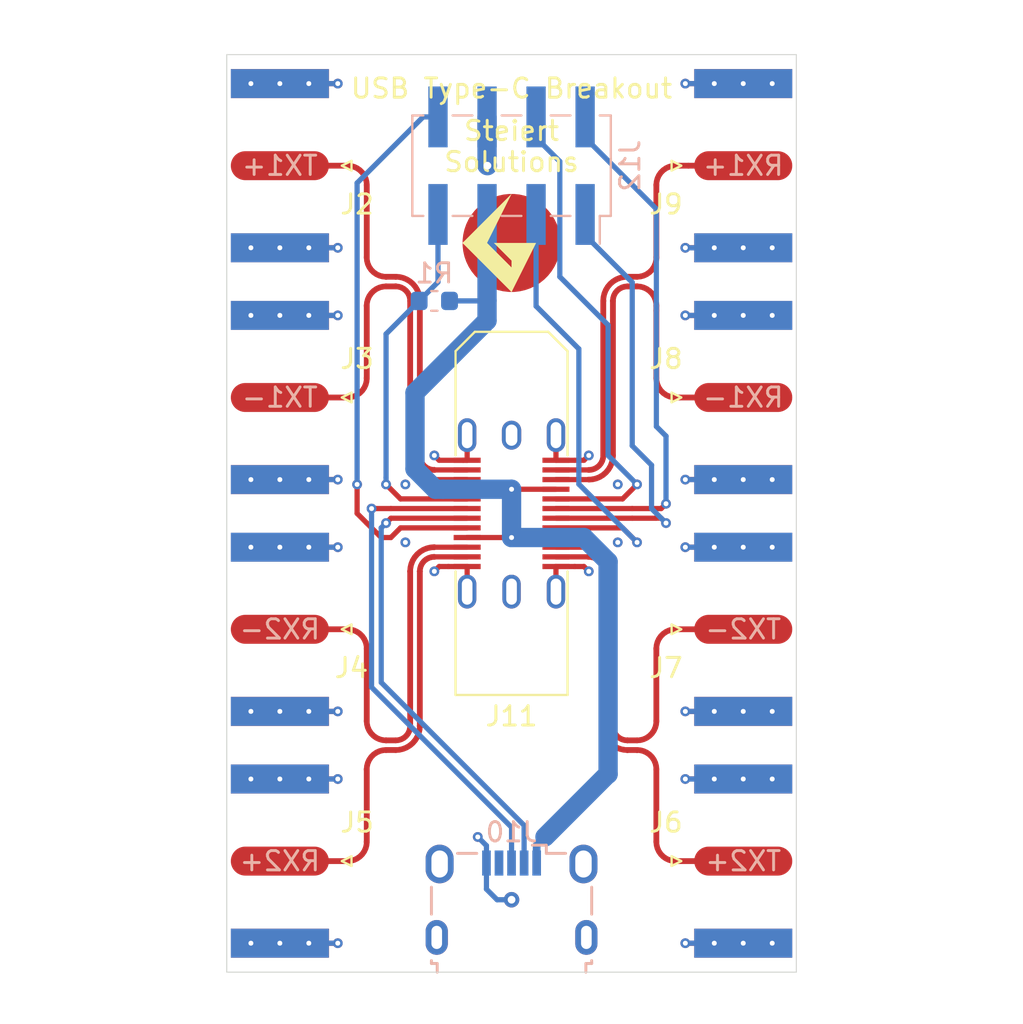
<source format=kicad_pcb>
(kicad_pcb (version 20200119) (host pcbnew "(5.99.0-1311-g8dcbd1e6d)")
  (layers (0 "F.Cu" signal) (1 "In1.Cu" signal) (2 "In2.Cu" signal) (31 "B.Cu" signal) (34 "B.Paste" user) (35 "F.Paste" user) (36 "B.SilkS" user) (37 "F.SilkS" user) (38 "B.Mask" user) (39 "F.Mask" user) (44 "Edge.Cuts" user))
  (net 0 "")
  (net 1 "Net-(J10-Pad4)")
  (net 2 "/VBUS")
  (net 3 "/GND")
  (net 4 "/CC")
  (net 5 "/TX1+")
  (net 6 "/TX1-")
  (net 7 "/RX2-")
  (net 8 "/RX2+")
  (net 9 "/TX2+")
  (net 10 "/TX2-")
  (net 11 "/RX1-")
  (net 12 "/RX1+")
  (net 13 "/D+")
  (net 14 "/D-")
  (net 15 "/SBU1")
  (net 16 "/VCONN")
  (net 17 "/NC+")
  (net 18 "/NC-")
  (net 19 "/SBU2")
  (net 20 "Net-(GS1-Pad1)")
  (module "Symbol:gs_logo_200mil" (layer "F.Cu") (at 100 86)
    (fp_text reference "GS1" hide)
    (fp_text value "GS_logo-custom")
    (pad "1" smd custom (at 0 0) (size 5.08 5.08) (layers "F.Cu") (net 20 "Net-(GS1-Pad1)") (options (clearance outline) (anchor circle)) (primitives))
  )
  (module "footprint:arc1_00mm" (layer "F.Cu") (at 108.5 83 180)
    (fp_text reference "REF**" hide)
    (fp_text value "arc1_00mm" hide)
    (pad "1" smd custom (at 0 1 180) (size 0.3 0.3) (layers "F.Cu") (net 12 "/RX1+") (options (clearance outline) (anchor circle)) (primitives (gr_arc (start 0 -1) (end 0 0) (angle -90) (width 0.3))))
    (pad "1" smd circle (at 1 0 180) (size 0.3 0.3) (layers "F.Cu") (net 12 "/RX1+"))
  )
  (module "footprint:arc1_00mm" (layer "F.Cu") (at 106.5 86.75)
    (fp_text reference "REF**" hide)
    (fp_text value "arc1_00mm" hide)
    (pad "1" smd custom (at 0 1) (size 0.3 0.3) (layers "F.Cu") (net 12 "/RX1+") (options (clearance outline) (anchor circle)) (primitives (gr_arc (start 0 -1) (end 0 0) (angle -90) (width 0.3))))
    (pad "1" smd circle (at 1 0) (size 0.3 0.3) (layers "F.Cu") (net 12 "/RX1+"))
  )
  (module "footprint:arc1_00mm" (layer "F.Cu") (at 106.5 89.25 90)
    (fp_text reference "REF**" hide)
    (fp_text value "arc1_00mm" hide)
    (pad "1" smd custom (at 0 1 90) (size 0.3 0.3) (layers "F.Cu") (net 11 "/RX1-") (options (clearance outline) (anchor circle)) (primitives (gr_arc (start 0 -1) (end 0 0) (angle -90) (width 0.3))))
    (pad "1" smd circle (at 1 0 90) (size 0.3 0.3) (layers "F.Cu") (net 11 "/RX1-"))
  )
  (module "footprint:arc1_00mm" (layer "F.Cu") (at 108.5 93 -90)
    (fp_text reference "REF**" hide)
    (fp_text value "arc1_00mm" hide)
    (pad "1" smd custom (at 0 1 270) (size 0.3 0.3) (layers "F.Cu") (net 11 "/RX1-") (options (clearance outline) (anchor circle)) (primitives (gr_arc (start 0 -1) (end 0 0) (angle -90) (width 0.3))))
    (pad "1" smd circle (at 1 0 270) (size 0.3 0.3) (layers "F.Cu") (net 11 "/RX1-"))
  )
  (module "footprint:arc1_00mm" (layer "F.Cu") (at 108.5 107 180)
    (fp_text reference "REF**" hide)
    (fp_text value "arc1_00mm" hide)
    (pad "1" smd custom (at 0 1 180) (size 0.3 0.3) (layers "F.Cu") (net 10 "/TX2-") (options (clearance outline) (anchor circle)) (primitives (gr_arc (start 0 -1) (end 0 0) (angle -90) (width 0.3))))
    (pad "1" smd circle (at 1 0 180) (size 0.3 0.3) (layers "F.Cu") (net 10 "/TX2-"))
  )
  (module "footprint:arc1_00mm" (layer "F.Cu") (at 106.5 110.75)
    (fp_text reference "REF**" hide)
    (fp_text value "arc1_00mm" hide)
    (pad "1" smd custom (at 0 1) (size 0.3 0.3) (layers "F.Cu") (net 10 "/TX2-") (options (clearance outline) (anchor circle)) (primitives (gr_arc (start 0 -1) (end 0 0) (angle -90) (width 0.3))))
    (pad "1" smd circle (at 1 0) (size 0.3 0.3) (layers "F.Cu") (net 10 "/TX2-"))
  )
  (module "footprint:arc1_00mm" (layer "F.Cu") (at 106.5 113.25 90)
    (fp_text reference "REF**" hide)
    (fp_text value "arc1_00mm" hide)
    (pad "1" smd custom (at 0 1 90) (size 0.3 0.3) (layers "F.Cu") (net 9 "/TX2+") (options (clearance outline) (anchor circle)) (primitives (gr_arc (start 0 -1) (end 0 0) (angle -90) (width 0.3))))
    (pad "1" smd circle (at 1 0 90) (size 0.3 0.3) (layers "F.Cu") (net 9 "/TX2+"))
  )
  (module "footprint:arc1_00mm" (layer "F.Cu") (at 108.5 117 -90)
    (fp_text reference "REF**" hide)
    (fp_text value "arc1_00mm" hide)
    (pad "1" smd custom (at 0 1 270) (size 0.3 0.3) (layers "F.Cu") (net 9 "/TX2+") (options (clearance outline) (anchor circle)) (primitives (gr_arc (start 0 -1) (end 0 0) (angle -90) (width 0.3))))
    (pad "1" smd circle (at 1 0 270) (size 0.3 0.3) (layers "F.Cu") (net 9 "/TX2+"))
  )
  (module "footprint:arc1_00mm" (layer "F.Cu") (at 91.5 117)
    (fp_text reference "REF**" hide)
    (fp_text value "arc1_00mm" hide)
    (pad "1" smd custom (at 0 1) (size 0.3 0.3) (layers "F.Cu") (net 8 "/RX2+") (options (clearance outline) (anchor circle)) (primitives (gr_arc (start 0 -1) (end 0 0) (angle -90) (width 0.3))))
    (pad "1" smd circle (at 1 0) (size 0.3 0.3) (layers "F.Cu") (net 8 "/RX2+"))
  )
  (module "footprint:arc1_00mm" (layer "F.Cu") (at 93.5 113.25 180)
    (fp_text reference "REF**" hide)
    (fp_text value "arc1_00mm" hide)
    (pad "1" smd custom (at 0 1 180) (size 0.3 0.3) (layers "F.Cu") (net 8 "/RX2+") (options (clearance outline) (anchor circle)) (primitives (gr_arc (start 0 -1) (end 0 0) (angle -90) (width 0.3))))
    (pad "1" smd circle (at 1 0 180) (size 0.3 0.3) (layers "F.Cu") (net 8 "/RX2+"))
  )
  (module "footprint:arc1_00mm" (layer "F.Cu") (at 93.5 110.75 -90)
    (fp_text reference "REF**" hide)
    (fp_text value "arc1_00mm" hide)
    (pad "1" smd custom (at 0 1 270) (size 0.3 0.3) (layers "F.Cu") (net 7 "/RX2-") (options (clearance outline) (anchor circle)) (primitives (gr_arc (start 0 -1) (end 0 0) (angle -90) (width 0.3))))
    (pad "1" smd circle (at 1 0 270) (size 0.3 0.3) (layers "F.Cu") (net 7 "/RX2-"))
  )
  (module "footprint:arc1_00mm" (layer "F.Cu") (at 91.5 107 90)
    (fp_text reference "REF**" hide)
    (fp_text value "arc1_00mm" hide)
    (pad "1" smd custom (at 0 1 90) (size 0.3 0.3) (layers "F.Cu") (net 7 "/RX2-") (options (clearance outline) (anchor circle)) (primitives (gr_arc (start 0 -1) (end 0 0) (angle -90) (width 0.3))))
    (pad "1" smd circle (at 1 0 90) (size 0.3 0.3) (layers "F.Cu") (net 7 "/RX2-"))
  )
  (module "footprint:arc1_00mm" (layer "F.Cu") (at 91.5 93)
    (fp_text reference "REF**" hide)
    (fp_text value "arc1_00mm" hide)
    (pad "1" smd custom (at 0 1) (size 0.3 0.3) (layers "F.Cu") (net 6 "/TX1-") (options (clearance outline) (anchor circle)) (primitives (gr_arc (start 0 -1) (end 0 0) (angle -90) (width 0.3))))
    (pad "1" smd circle (at 1 0) (size 0.3 0.3) (layers "F.Cu") (net 6 "/TX1-"))
  )
  (module "footprint:arc1_00mm" (layer "F.Cu") (at 93.5 89.25 180)
    (fp_text reference "REF**" hide)
    (fp_text value "arc1_00mm" hide)
    (pad "1" smd custom (at 0 1 180) (size 0.3 0.3) (layers "F.Cu") (net 6 "/TX1-") (options (clearance outline) (anchor circle)) (primitives (gr_arc (start 0 -1) (end 0 0) (angle -90) (width 0.3))))
    (pad "1" smd circle (at 1 0 180) (size 0.3 0.3) (layers "F.Cu") (net 6 "/TX1-"))
  )
  (module "footprint:arc1_00mm" (layer "F.Cu") (at 93.5 86.75 -90)
    (fp_text reference "REF**" hide)
    (fp_text value "arc1_00mm" hide)
    (pad "1" smd custom (at 0 1 270) (size 0.3 0.3) (layers "F.Cu") (net 5 "/TX1+") (options (clearance outline) (anchor circle)) (primitives (gr_arc (start 0 -1) (end 0 0) (angle -90) (width 0.3))))
    (pad "1" smd circle (at 1 0 270) (size 0.3 0.3) (layers "F.Cu") (net 5 "/TX1+"))
  )
  (module "footprint:arc1_00mm" (layer "F.Cu") (at 91.5 83 90)
    (fp_text reference "REF**" hide)
    (fp_text value "arc1_00mm" hide)
    (pad "1" smd custom (at 0 1 90) (size 0.3 0.3) (layers "F.Cu") (net 5 "/TX1+") (options (clearance outline) (anchor circle)) (primitives (gr_arc (start 0 -1) (end 0 0) (angle -90) (width 0.3))))
    (pad "1" smd circle (at 1 0 90) (size 0.3 0.3) (layers "F.Cu") (net 5 "/TX1+"))
  )
  (module "footprint:arc1_25mm" (layer "F.Cu") (at 94 89 90)
    (fp_text reference "REF**" hide)
    (fp_text value "arc1_25mm" hide)
    (pad "1" smd custom (at 0 1.25 90) (size 0.3 0.3) (layers "F.Cu") (net 5 "/TX1+") (options (clearance outline) (anchor circle)) (primitives (gr_arc (start 0 -1.25) (end 0 0) (angle -90) (width 0.3))))
    (pad "1" smd circle (at 1.25 0 90) (size 0.3 0.3) (layers "F.Cu") (net 5 "/TX1+"))
  )
  (module "footprint:arc1_25mm" (layer "F.Cu") (at 96 97 -90)
    (fp_text reference "REF**" hide)
    (fp_text value "arc1_25mm" hide)
    (pad "1" smd custom (at 0 1.25 270) (size 0.3 0.3) (layers "F.Cu") (net 6 "/TX1-") (options (clearance outline) (anchor circle)) (primitives (gr_arc (start 0 -1.25) (end 0 0) (angle -90) (width 0.3))))
    (pad "1" smd circle (at 1.25 0 270) (size 0.3 0.3) (layers "F.Cu") (net 6 "/TX1-"))
  )
  (module "footprint:arc1_25mm" (layer "F.Cu") (at 96 103 180)
    (fp_text reference "REF**" hide)
    (fp_text value "arc1_25mm" hide)
    (pad "1" smd custom (at 0 1.25 180) (size 0.3 0.3) (layers "F.Cu") (net 7 "/RX2-") (options (clearance outline) (anchor circle)) (primitives (gr_arc (start 0 -1.25) (end 0 0) (angle -90) (width 0.3))))
    (pad "1" smd circle (at 1.25 0 180) (size 0.3 0.3) (layers "F.Cu") (net 7 "/RX2-"))
  )
  (module "footprint:arc1_25mm" (layer "F.Cu") (at 94 111)
    (fp_text reference "REF**" hide)
    (fp_text value "arc1_25mm" hide)
    (pad "1" smd custom (at 0 1.25) (size 0.3 0.3) (layers "F.Cu") (net 8 "/RX2+") (options (clearance outline) (anchor circle)) (primitives (gr_arc (start 0 -1.25) (end 0 0) (angle -90) (width 0.3))))
    (pad "1" smd circle (at 1.25 0) (size 0.3 0.3) (layers "F.Cu") (net 8 "/RX2+"))
  )
  (module "footprint:arc1_25mm" (layer "F.Cu") (at 106 111 -90)
    (fp_text reference "REF**" hide)
    (fp_text value "arc1_25mm" hide)
    (pad "1" smd custom (at 0 1.25 270) (size 0.3 0.3) (layers "F.Cu") (net 9 "/TX2+") (options (clearance outline) (anchor circle)) (primitives (gr_arc (start 0 -1.25) (end 0 0) (angle -90) (width 0.3))))
    (pad "1" smd circle (at 1.25 0 270) (size 0.3 0.3) (layers "F.Cu") (net 9 "/TX2+"))
  )
  (module "footprint:arc1_25mm" (layer "F.Cu") (at 104 103 90)
    (fp_text reference "REF**" hide)
    (fp_text value "arc1_25mm" hide)
    (pad "1" smd custom (at 0 1.25 90) (size 0.3 0.3) (layers "F.Cu") (net 10 "/TX2-") (options (clearance outline) (anchor circle)) (primitives (gr_arc (start 0 -1.25) (end 0 0) (angle -90) (width 0.3))))
    (pad "1" smd circle (at 1.25 0 90) (size 0.3 0.3) (layers "F.Cu") (net 10 "/TX2-"))
  )
  (module "footprint:arc1_25mm" (layer "F.Cu") (at 104 97)
    (fp_text reference "REF**" hide)
    (fp_text value "arc1_25mm" hide)
    (pad "1" smd custom (at 0 1.25) (size 0.3 0.3) (layers "F.Cu") (net 11 "/RX1-") (options (clearance outline) (anchor circle)) (primitives (gr_arc (start 0 -1.25) (end 0 0) (angle -90) (width 0.3))))
    (pad "1" smd circle (at 1.25 0) (size 0.3 0.3) (layers "F.Cu") (net 11 "/RX1-"))
  )
  (module "footprint:arc1_25mm" (layer "F.Cu") (at 106 89 180)
    (fp_text reference "REF**" hide)
    (fp_text value "arc1_25mm" hide)
    (pad "1" smd custom (at 0 1.25 180) (size 0.3 0.3) (layers "F.Cu") (net 12 "/RX1+") (options (clearance outline) (anchor circle)) (primitives (gr_arc (start 0 -1.25) (end 0 0) (angle -90) (width 0.3))))
    (pad "1" smd circle (at 1.25 0 180) (size 0.3 0.3) (layers "F.Cu") (net 12 "/RX1+"))
  )
  (module "footprint:arc0_75mm" (layer "F.Cu") (at 106 89 180)
    (fp_text reference "REF**" hide)
    (fp_text value "arc0_75mm" hide)
    (pad "1" smd custom (at 0 0.75 180) (size 0.3 0.3) (layers "F.Cu") (net 11 "/RX1-") (options (clearance outline) (anchor circle)) (primitives (gr_arc (start 0 -0.75) (end 0 0) (angle -90) (width 0.3))))
    (pad "1" smd circle (at 0.75 0 180) (size 0.3 0.3) (layers "F.Cu") (net 11 "/RX1-"))
  )
  (module "footprint:arc0_75mm" (layer "F.Cu") (at 104 97)
    (fp_text reference "REF**" hide)
    (fp_text value "arc0_75mm" hide)
    (pad "1" smd custom (at 0 0.75) (size 0.3 0.3) (layers "F.Cu") (net 12 "/RX1+") (options (clearance outline) (anchor circle)) (primitives (gr_arc (start 0 -0.75) (end 0 0) (angle -90) (width 0.3))))
    (pad "1" smd circle (at 0.75 0) (size 0.3 0.3) (layers "F.Cu") (net 12 "/RX1+"))
  )
  (module "footprint:arc0_75mm" (layer "F.Cu") (at 106 111 -90)
    (fp_text reference "REF**" hide)
    (fp_text value "arc0_75mm" hide)
    (pad "1" smd custom (at 0 0.75 270) (size 0.3 0.3) (layers "F.Cu") (net 10 "/TX2-") (options (clearance outline) (anchor circle)) (primitives (gr_arc (start 0 -0.75) (end 0 0) (angle -90) (width 0.3))))
    (pad "1" smd circle (at 0.75 0 270) (size 0.3 0.3) (layers "F.Cu") (net 10 "/TX2-"))
  )
  (module "footprint:arc0_75mm" (layer "F.Cu") (at 104 103 90)
    (fp_text reference "REF**" hide)
    (fp_text value "arc0_75mm" hide)
    (pad "1" smd custom (at 0 0.75 90) (size 0.3 0.3) (layers "F.Cu") (net 9 "/TX2+") (options (clearance outline) (anchor circle)) (primitives (gr_arc (start 0 -0.75) (end 0 0) (angle -90) (width 0.3))))
    (pad "1" smd circle (at 0.75 0 90) (size 0.3 0.3) (layers "F.Cu") (net 9 "/TX2+"))
  )
  (module "footprint:arc0_75mm" (layer "F.Cu") (at 96 103 180)
    (fp_text reference "REF**" hide)
    (fp_text value "arc0_75mm" hide)
    (pad "1" smd custom (at 0 0.75 180) (size 0.3 0.3) (layers "F.Cu") (net 8 "/RX2+") (options (clearance outline) (anchor circle)) (primitives (gr_arc (start 0 -0.75) (end 0 0) (angle -90) (width 0.3))))
    (pad "1" smd circle (at 0.75 0 180) (size 0.3 0.3) (layers "F.Cu") (net 8 "/RX2+"))
  )
  (module "footprint:arc0_75mm" (layer "F.Cu") (at 94 111)
    (fp_text reference "REF**" hide)
    (fp_text value "arc0_75mm" hide)
    (pad "1" smd custom (at 0 0.75) (size 0.3 0.3) (layers "F.Cu") (net 7 "/RX2-") (options (clearance outline) (anchor circle)) (primitives (gr_arc (start 0 -0.75) (end 0 0) (angle -90) (width 0.3))))
    (pad "1" smd circle (at 0.75 0) (size 0.3 0.3) (layers "F.Cu") (net 7 "/RX2-"))
  )
  (module "footprint:arc0_75mm" (layer "F.Cu") (at 94 89 90)
    (fp_text reference "REF**" hide)
    (fp_text value "arc0_75mm" hide)
    (pad "1" smd custom (at 0 0.75 90) (size 0.3 0.3) (layers "F.Cu") (net 6 "/TX1-") (options (clearance outline) (anchor circle)) (primitives (gr_arc (start 0 -0.75) (end 0 0) (angle -90) (width 0.3))))
    (pad "1" smd circle (at 0.75 0 90) (size 0.3 0.3) (layers "F.Cu") (net 6 "/TX1-"))
  )
  (module "footprint:arc0_75mm" (layer "F.Cu") (at 96 97 -90)
    (fp_text reference "REF**" hide)
    (fp_text value "arc0_75mm" hide)
    (pad "1" smd custom (at 0 0.75 270) (size 0.3 0.3) (layers "F.Cu") (net 5 "/TX1+") (options (clearance outline) (anchor circle)) (primitives (gr_arc (start 0 -0.75) (end 0 0) (angle -90) (width 0.3))))
    (pad "1" smd circle (at 0.75 0 270) (size 0.3 0.3) (layers "F.Cu") (net 5 "/TX1+"))
  )
  (module "Resistor_SMD:R_0603_1608Metric" (layer "B.Cu") (at 96 89 180)
    (fp_text reference "R1" (at 0 1.43 180) (layer "B.SilkS") (effects (justify mirror)))
    (fp_text value "R_US")
    (pad "2" smd roundrect (at 0.7875 0 180) (size 0.875 0.95) (layers "B.Cu" "B.Paste" "B.Mask") (net 4 "/CC"))
    (pad "1" smd roundrect (at -0.7875 0 180) (size 0.875 0.95) (layers "B.Cu" "B.Paste" "B.Mask") (net 2 "/VBUS"))
  )
  (module "footprint:USB_C_Plug_Vertical" (layer "F.Cu") (at 100 100 90)
    (fp_text reference "J11" (at -10.5 0 180) (layer "F.SilkS"))
    (fp_text value "USB_C_Plug")
    (pad "A12" smd rect (at -2.75 -2.3 90) (size 0.27 1.4) (layers "F.Cu" "F.Paste" "F.Mask") (net 3 "/GND"))
    (pad "B1" smd rect (at -2.75 2.3 90) (size 0.27 1.4) (layers "F.Cu" "F.Paste" "F.Mask") (net 3 "/GND"))
    (pad "A11" smd rect (at -2.25 -2.3 90) (size 0.27 1.4) (layers "F.Cu" "F.Paste" "F.Mask") (net 8 "/RX2+"))
    (pad "B2" smd rect (at -2.25 2.3 90) (size 0.27 1.4) (layers "F.Cu" "F.Paste" "F.Mask") (net 9 "/TX2+"))
    (pad "A10" smd rect (at -1.75 -2.3 90) (size 0.27 1.4) (layers "F.Cu" "F.Paste" "F.Mask") (net 7 "/RX2-"))
    (pad "B3" smd rect (at -1.75 2.3 90) (size 0.27 1.4) (layers "F.Cu" "F.Paste" "F.Mask") (net 10 "/TX2-"))
    (pad "A9" smd rect (at -1.25 -2.3 90) (size 0.27 1.4) (layers "F.Cu" "F.Paste" "F.Mask") (net 2 "/VBUS"))
    (pad "B4" smd rect (at -1.25 2.3 90) (size 0.27 1.4) (layers "F.Cu" "F.Paste" "F.Mask") (net 2 "/VBUS"))
    (pad "A8" smd rect (at -0.75 -2.3 90) (size 0.27 1.4) (layers "F.Cu" "F.Paste" "F.Mask") (net 15 "/SBU1"))
    (pad "B5" smd rect (at -0.75 2.3 90) (size 0.27 1.4) (layers "F.Cu" "F.Paste" "F.Mask") (net 16 "/VCONN"))
    (pad "A7" smd rect (at -0.25 -2.3 90) (size 0.27 1.4) (layers "F.Cu" "F.Paste" "F.Mask") (net 14 "/D-"))
    (pad "B6" smd rect (at -0.25 2.3 90) (size 0.27 1.4) (layers "F.Cu" "F.Paste" "F.Mask") (net 17 "/NC+"))
    (pad "A6" smd rect (at 0.25 -2.3 90) (size 0.27 1.4) (layers "F.Cu" "F.Paste" "F.Mask") (net 13 "/D+"))
    (pad "B7" smd rect (at 0.25 2.3 90) (size 0.27 1.4) (layers "F.Cu" "F.Paste" "F.Mask") (net 18 "/NC-"))
    (pad "A5" smd rect (at 0.75 -2.3 90) (size 0.27 1.4) (layers "F.Cu" "F.Paste" "F.Mask") (net 4 "/CC"))
    (pad "B8" smd rect (at 0.75 2.3 90) (size 0.27 1.4) (layers "F.Cu" "F.Paste" "F.Mask") (net 19 "/SBU2"))
    (pad "A4" smd rect (at 1.25 -2.3 90) (size 0.27 1.4) (layers "F.Cu" "F.Paste" "F.Mask") (net 2 "/VBUS"))
    (pad "B9" smd rect (at 1.25 2.3 90) (size 0.27 1.4) (layers "F.Cu" "F.Paste" "F.Mask") (net 2 "/VBUS"))
    (pad "A3" smd rect (at 1.75 -2.3 90) (size 0.27 1.4) (layers "F.Cu" "F.Paste" "F.Mask") (net 6 "/TX1-"))
    (pad "B10" smd rect (at 1.75 2.3 90) (size 0.27 1.4) (layers "F.Cu" "F.Paste" "F.Mask") (net 11 "/RX1-"))
    (pad "A2" smd rect (at 2.25 -2.3 90) (size 0.27 1.4) (layers "F.Cu" "F.Paste" "F.Mask") (net 5 "/TX1+"))
    (pad "B11" smd rect (at 2.25 2.3 90) (size 0.27 1.4) (layers "F.Cu" "F.Paste" "F.Mask") (net 12 "/RX1+"))
    (pad "A1" smd rect (at 2.75 -2.3 90) (size 0.27 1.4) (layers "F.Cu" "F.Paste" "F.Mask") (net 3 "/GND"))
    (pad "B12" smd rect (at 2.75 2.3 90) (size 0.27 1.4) (layers "F.Cu" "F.Paste" "F.Mask") (net 3 "/GND"))
    (pad "MNT1" thru_hole oval (at -4.05 2.3 90) (size 1.75 0.95) (drill oval 1.35 0.55) (layers *.Cu *.Mask) (net 3 "/GND"))
    (pad "MNT2" thru_hole oval (at -4.05 -2.3 90) (size 1.75 0.95) (drill oval 1.35 0.55) (layers *.Cu *.Mask) (net 3 "/GND"))
    (pad "MNT3" thru_hole oval (at 4.05 2.3 90) (size 1.75 0.95) (drill oval 1.35 0.55) (layers *.Cu *.Mask) (net 3 "/GND"))
    (pad "MNT4" thru_hole oval (at 4.05 -2.3 90) (size 1.75 0.95) (drill oval 1.35 0.55) (layers *.Cu *.Mask) (net 3 "/GND"))
    (pad "MNT5" thru_hole oval (at 4.05 0 90) (size 1.5 1) (drill oval 1.1 0.6) (layers *.Cu *.Mask) (net 3 "/GND"))
    (pad "MNT6" thru_hole oval (at -4.05 0 90) (size 1.75 0.95) (drill oval 1.35 0.55) (layers *.Cu *.Mask) (net 3 "/GND"))
    (pad "" np_thru_hole circle (at -7.7 0 90) (size 1.8 1.8) (drill 1.8) (layers *.Cu *.Mask))
    (pad "" np_thru_hole circle (at 7.7 0 90) (size 1.8 1.8) (drill 1.8) (layers *.Cu *.Mask))
    (pad "" np_thru_hole circle (at -7.7 2 90) (size 1 1) (drill 1) (layers *.Cu *.Mask))
    (pad "" np_thru_hole circle (at 7.7 2 90) (size 1 1) (drill 1) (layers *.Cu *.Mask))
  )
  (module "Connector_USB:USB_Micro-B_Wuerth_629105150521" (layer "B.Cu") (at 100 120 180)
    (fp_text reference "J10" (at 0 3.5 180) (layer "B.SilkS") (effects (justify mirror)))
    (fp_text value "USB_B_Micro")
    (pad "" np_thru_hole oval (at 2.5 0.8 180) (size 0.8 0.8) (drill 0.8) (layers *.Cu *.Mask))
    (pad "" np_thru_hole oval (at -2.5 0.8 180) (size 0.8 0.8) (drill 0.8) (layers *.Cu *.Mask))
    (pad "6" thru_hole oval (at 3.875 -1.95 180) (size 1.15 1.8) (drill oval 0.55 1.2) (layers *.Cu *.Mask) (net 3 "/GND"))
    (pad "6" thru_hole oval (at -3.875 -1.95 180) (size 1.15 1.8) (drill oval 0.55 1.2) (layers *.Cu *.Mask) (net 3 "/GND"))
    (pad "6" thru_hole oval (at 3.725 1.85 180) (size 1.45 2) (drill oval 0.85 1.4) (layers *.Cu *.Mask) (net 3 "/GND"))
    (pad "6" thru_hole oval (at -3.725 1.85 180) (size 1.45 2) (drill oval 0.85 1.4) (layers *.Cu *.Mask) (net 3 "/GND"))
    (pad "5" smd rect (at 1.3 1.9 180) (size 0.45 1.3) (layers "B.Cu" "B.Paste" "B.Mask") (net 3 "/GND"))
    (pad "4" smd rect (at 0.65 1.9 180) (size 0.45 1.3) (layers "B.Cu" "B.Paste" "B.Mask") (net 1 "Net-(J10-Pad4)"))
    (pad "3" smd rect (at 0 1.9 180) (size 0.45 1.3) (layers "B.Cu" "B.Paste" "B.Mask") (net 13 "/D+"))
    (pad "2" smd rect (at -0.65 1.9 180) (size 0.45 1.3) (layers "B.Cu" "B.Paste" "B.Mask") (net 14 "/D-"))
    (pad "1" smd rect (at -1.3 1.9 180) (size 0.45 1.3) (layers "B.Cu" "B.Paste" "B.Mask") (net 2 "/VBUS"))
  )
  (module "Connector_Coaxial:SMA_Amphenol_132289_EdgeMount" (layer "F.Cu") (at 88 82 180)
    (fp_text reference "J2" (at -4 -2) (layer "F.SilkS"))
    (fp_text value "Conn_Coaxial")
    (pad "1" smd oval (at 0 0 270) (size 1.5 5.08) (layers "F.Cu" "F.Paste" "F.Mask") (net 5 "/TX1+"))
    (pad "2" smd rect (at 0 -4.25 270) (size 1.5 5.08) (layers "F.Cu" "F.Paste" "F.Mask") (net 3 "/GND"))
    (pad "2" smd rect (at 0 4.25 270) (size 1.5 5.08) (layers "F.Cu" "F.Paste" "F.Mask") (net 3 "/GND"))
    (pad "2" smd rect (at 0 -4.25 270) (size 1.5 5.08) (layers "B.Cu" "B.Paste" "B.Mask") (net 3 "/GND"))
    (pad "2" smd rect (at 0 4.25 270) (size 1.5 5.08) (layers "B.Cu" "B.Paste" "B.Mask") (net 3 "/GND"))
  )
  (module "Connector_Coaxial:SMA_Amphenol_132289_EdgeMount" (layer "F.Cu") (at 88 94 180)
    (fp_text reference "J3" (at -4 2) (layer "F.SilkS"))
    (fp_text value "Conn_Coaxial")
    (pad "1" smd oval (at 0 0 270) (size 1.5 5.08) (layers "F.Cu" "F.Paste" "F.Mask") (net 6 "/TX1-"))
    (pad "2" smd rect (at 0 -4.25 270) (size 1.5 5.08) (layers "F.Cu" "F.Paste" "F.Mask") (net 3 "/GND"))
    (pad "2" smd rect (at 0 4.25 270) (size 1.5 5.08) (layers "F.Cu" "F.Paste" "F.Mask") (net 3 "/GND"))
    (pad "2" smd rect (at 0 -4.25 270) (size 1.5 5.08) (layers "B.Cu" "B.Paste" "B.Mask") (net 3 "/GND"))
    (pad "2" smd rect (at 0 4.25 270) (size 1.5 5.08) (layers "B.Cu" "B.Paste" "B.Mask") (net 3 "/GND"))
  )
  (module "Connector_Coaxial:SMA_Amphenol_132289_EdgeMount" (layer "F.Cu") (at 88 106 180)
    (fp_text reference "J4" (at -3.71 -2) (layer "F.SilkS"))
    (fp_text value "Conn_Coaxial")
    (pad "1" smd oval (at 0 0 270) (size 1.5 5.08) (layers "F.Cu" "F.Paste" "F.Mask") (net 7 "/RX2-"))
    (pad "2" smd rect (at 0 -4.25 270) (size 1.5 5.08) (layers "F.Cu" "F.Paste" "F.Mask") (net 3 "/GND"))
    (pad "2" smd rect (at 0 4.25 270) (size 1.5 5.08) (layers "F.Cu" "F.Paste" "F.Mask") (net 3 "/GND"))
    (pad "2" smd rect (at 0 -4.25 270) (size 1.5 5.08) (layers "B.Cu" "B.Paste" "B.Mask") (net 3 "/GND"))
    (pad "2" smd rect (at 0 4.25 270) (size 1.5 5.08) (layers "B.Cu" "B.Paste" "B.Mask") (net 3 "/GND"))
  )
  (module "Connector_Coaxial:SMA_Amphenol_132289_EdgeMount" (layer "F.Cu") (at 88 118 180)
    (fp_text reference "J5" (at -4 2) (layer "F.SilkS"))
    (fp_text value "Conn_Coaxial")
    (pad "1" smd oval (at 0 0 270) (size 1.5 5.08) (layers "F.Cu" "F.Paste" "F.Mask") (net 8 "/RX2+"))
    (pad "2" smd rect (at 0 -4.25 270) (size 1.5 5.08) (layers "F.Cu" "F.Paste" "F.Mask") (net 3 "/GND"))
    (pad "2" smd rect (at 0 4.25 270) (size 1.5 5.08) (layers "F.Cu" "F.Paste" "F.Mask") (net 3 "/GND"))
    (pad "2" smd rect (at 0 -4.25 270) (size 1.5 5.08) (layers "B.Cu" "B.Paste" "B.Mask") (net 3 "/GND"))
    (pad "2" smd rect (at 0 4.25 270) (size 1.5 5.08) (layers "B.Cu" "B.Paste" "B.Mask") (net 3 "/GND"))
  )
  (module "Connector_Coaxial:SMA_Amphenol_132289_EdgeMount" (layer "F.Cu") (at 112 118)
    (fp_text reference "J6" (at -4 -2 180) (layer "F.SilkS"))
    (fp_text value "Conn_Coaxial")
    (pad "1" smd oval (at 0 0 90) (size 1.5 5.08) (layers "F.Cu" "F.Paste" "F.Mask") (net 9 "/TX2+"))
    (pad "2" smd rect (at 0 -4.25 90) (size 1.5 5.08) (layers "F.Cu" "F.Paste" "F.Mask") (net 3 "/GND"))
    (pad "2" smd rect (at 0 4.25 90) (size 1.5 5.08) (layers "F.Cu" "F.Paste" "F.Mask") (net 3 "/GND"))
    (pad "2" smd rect (at 0 -4.25 90) (size 1.5 5.08) (layers "B.Cu" "B.Paste" "B.Mask") (net 3 "/GND"))
    (pad "2" smd rect (at 0 4.25 90) (size 1.5 5.08) (layers "B.Cu" "B.Paste" "B.Mask") (net 3 "/GND"))
  )
  (module "Connector_Coaxial:SMA_Amphenol_132289_EdgeMount" (layer "F.Cu") (at 112 106)
    (fp_text reference "J7" (at -4 2 180) (layer "F.SilkS"))
    (fp_text value "Conn_Coaxial")
    (pad "1" smd oval (at 0 0 90) (size 1.5 5.08) (layers "F.Cu" "F.Paste" "F.Mask") (net 10 "/TX2-"))
    (pad "2" smd rect (at 0 -4.25 90) (size 1.5 5.08) (layers "F.Cu" "F.Paste" "F.Mask") (net 3 "/GND"))
    (pad "2" smd rect (at 0 4.25 90) (size 1.5 5.08) (layers "F.Cu" "F.Paste" "F.Mask") (net 3 "/GND"))
    (pad "2" smd rect (at 0 -4.25 90) (size 1.5 5.08) (layers "B.Cu" "B.Paste" "B.Mask") (net 3 "/GND"))
    (pad "2" smd rect (at 0 4.25 90) (size 1.5 5.08) (layers "B.Cu" "B.Paste" "B.Mask") (net 3 "/GND"))
  )
  (module "Connector_Coaxial:SMA_Amphenol_132289_EdgeMount" (layer "F.Cu") (at 112 94)
    (fp_text reference "J8" (at -4 -2 180) (layer "F.SilkS"))
    (fp_text value "Conn_Coaxial")
    (pad "1" smd oval (at 0 0 90) (size 1.5 5.08) (layers "F.Cu" "F.Paste" "F.Mask") (net 11 "/RX1-"))
    (pad "2" smd rect (at 0 -4.25 90) (size 1.5 5.08) (layers "F.Cu" "F.Paste" "F.Mask") (net 3 "/GND"))
    (pad "2" smd rect (at 0 4.25 90) (size 1.5 5.08) (layers "F.Cu" "F.Paste" "F.Mask") (net 3 "/GND"))
    (pad "2" smd rect (at 0 -4.25 90) (size 1.5 5.08) (layers "B.Cu" "B.Paste" "B.Mask") (net 3 "/GND"))
    (pad "2" smd rect (at 0 4.25 90) (size 1.5 5.08) (layers "B.Cu" "B.Paste" "B.Mask") (net 3 "/GND"))
  )
  (module "Connector_Coaxial:SMA_Amphenol_132289_EdgeMount" (layer "F.Cu") (at 112 82)
    (fp_text reference "J9" (at -4 2 180) (layer "F.SilkS"))
    (fp_text value "Conn_Coaxial")
    (pad "1" smd oval (at 0 0 90) (size 1.5 5.08) (layers "F.Cu" "F.Paste" "F.Mask") (net 12 "/RX1+"))
    (pad "2" smd rect (at 0 -4.25 90) (size 1.5 5.08) (layers "F.Cu" "F.Paste" "F.Mask") (net 3 "/GND"))
    (pad "2" smd rect (at 0 4.25 90) (size 1.5 5.08) (layers "F.Cu" "F.Paste" "F.Mask") (net 3 "/GND"))
    (pad "2" smd rect (at 0 -4.25 90) (size 1.5 5.08) (layers "B.Cu" "B.Paste" "B.Mask") (net 3 "/GND"))
    (pad "2" smd rect (at 0 4.25 90) (size 1.5 5.08) (layers "B.Cu" "B.Paste" "B.Mask") (net 3 "/GND"))
  )
  (module "Connector_PinHeader_2.54mm:PinHeader_2x04_P2.54mm_Vertical_SMD" (layer "B.Cu") (at 100 82 90)
    (fp_text reference "J12" (at 0 6.14 90) (layer "B.SilkS") (effects (justify mirror)))
    (fp_text value "Conn_02x04_Odd_Even")
    (pad "8" smd rect (at 2.525 -3.81 90) (size 3.15 1) (layers "B.Cu" "B.Paste" "B.Mask") (net 15 "/SBU1"))
    (pad "7" smd rect (at -2.525 -3.81 90) (size 3.15 1) (layers "B.Cu" "B.Paste" "B.Mask") (net 4 "/CC"))
    (pad "6" smd rect (at 2.525 -1.27 90) (size 3.15 1) (layers "B.Cu" "B.Paste" "B.Mask") (net 3 "/GND"))
    (pad "5" smd rect (at -2.525 -1.27 90) (size 3.15 1) (layers "B.Cu" "B.Paste" "B.Mask") (net 2 "/VBUS"))
    (pad "4" smd rect (at 2.525 1.27 90) (size 3.15 1) (layers "B.Cu" "B.Paste" "B.Mask") (net 19 "/SBU2"))
    (pad "3" smd rect (at -2.525 1.27 90) (size 3.15 1) (layers "B.Cu" "B.Paste" "B.Mask") (net 16 "/VCONN"))
    (pad "2" smd rect (at 2.525 3.81 90) (size 3.15 1) (layers "B.Cu" "B.Paste" "B.Mask") (net 18 "/NC-"))
    (pad "1" smd rect (at -2.525 3.81 90) (size 3.15 1) (layers "B.Cu" "B.Paste" "B.Mask") (net 17 "/NC+"))
  )
  (gr_text "Steiert\nSolutions" (at 100 81) (layer "F.SilkS") (effects (font (size 1 1))))
  (gr_text "USB Type-C Breakout" (at 100 78) (layer "F.SilkS") (effects (font (size 1 1))))
  (gr_text "RX1+" (at 112 82) (layer "B.SilkS") (effects (font (size 1 1)) (justify mirror)))
  (gr_text "RX1-" (at 112 94) (layer "B.SilkS") (effects (font (size 1 1)) (justify mirror)))
  (gr_text "TX2-" (at 112 106) (layer "B.SilkS") (effects (font (size 1 1)) (justify mirror)))
  (gr_text "TX2+" (at 112 118) (layer "B.SilkS") (effects (font (size 1 1)) (justify mirror)))
  (gr_text "RX2+" (at 88 118) (layer "B.SilkS") (effects (font (size 1 1)) (justify mirror)))
  (gr_text "RX2-" (at 88 106) (layer "B.SilkS") (effects (font (size 1 1)) (justify mirror)))
  (gr_text "TX1-" (at 88 94) (layer "B.SilkS") (effects (font (size 1 1)) (justify mirror)))
  (gr_text "TX1+" (at 88 82) (layer "B.SilkS") (effects (font (size 1 1)) (justify mirror)))
  (gr_line (start 85.25 123.75) (end 85.25 76.25) (layer "Edge.Cuts") (width 0.05))
  (gr_line (start 114.75 123.75) (end 85.25 123.75) (layer "Edge.Cuts") (width 0.05))
  (gr_line (start 114.75 76.25) (end 114.75 123.75) (layer "Edge.Cuts") (width 0.05))
  (gr_line (start 85.25 76.25) (end 114.75 76.25) (layer "Edge.Cuts") (width 0.05))
  (via (at 110.5 122.25) (size 0.508) (drill 0.254) (layers "F.Cu" "B.Cu") (net 3))
  (segment (start 110.5 122.25) (end 112 122.25) (width 0.27) (layer "F.Cu") (net 3))
  (via (at 112 122.25) (size 0.508) (drill 0.254) (layers "F.Cu" "B.Cu") (net 3))
  (via (at 113.5 122.25) (size 0.508) (drill 0.254) (layers "F.Cu" "B.Cu") (net 3))
  (via (at 113.5 113.75) (size 0.508) (drill 0.254) (layers "F.Cu" "B.Cu") (net 3))
  (via (at 112 113.75) (size 0.508) (drill 0.254) (layers "F.Cu" "B.Cu") (net 3))
  (via (at 110.5 113.75) (size 0.508) (drill 0.254) (layers "F.Cu" "B.Cu") (net 3))
  (segment (start 110.5 113.75) (end 109 113.75) (width 0.27) (layer "F.Cu") (net 3))
  (via (at 110.5 110.25) (size 0.508) (drill 0.254) (layers "F.Cu" "B.Cu") (net 3))
  (segment (start 110.5 110.25) (end 112 110.25) (width 0.27) (layer "F.Cu") (net 3))
  (via (at 112 110.25) (size 0.508) (drill 0.254) (layers "F.Cu" "B.Cu") (net 3))
  (via (at 113.5 110.25) (size 0.508) (drill 0.254) (layers "F.Cu" "B.Cu") (net 3))
  (via (at 113.5 101.75) (size 0.508) (drill 0.254) (layers "F.Cu" "B.Cu") (net 3))
  (via (at 112 101.75) (size 0.508) (drill 0.254) (layers "F.Cu" "B.Cu") (net 3))
  (via (at 110.5 101.75) (size 0.508) (drill 0.254) (layers "F.Cu" "B.Cu") (net 3))
  (segment (start 110.5 101.75) (end 109 101.75) (width 0.27) (layer "F.Cu") (net 3))
  (via (at 113.5 98.25) (size 0.508) (drill 0.254) (layers "F.Cu" "B.Cu") (net 3))
  (via (at 112 98.25) (size 0.508) (drill 0.254) (layers "F.Cu" "B.Cu") (net 3))
  (via (at 110.5 98.25) (size 0.508) (drill 0.254) (layers "F.Cu" "B.Cu") (net 3))
  (segment (start 110.5 98.25) (end 112 98.25) (width 0.27) (layer "F.Cu") (net 3))
  (via (at 110.5 89.75) (size 0.508) (drill 0.254) (layers "F.Cu" "B.Cu") (net 3))
  (segment (start 110.5 89.75) (end 109 89.75) (width 0.27) (layer "F.Cu") (net 3))
  (via (at 112 89.75) (size 0.508) (drill 0.254) (layers "F.Cu" "B.Cu") (net 3))
  (via (at 113.5 89.75) (size 0.508) (drill 0.254) (layers "F.Cu" "B.Cu") (net 3))
  (via (at 113.5 86.25) (size 0.508) (drill 0.254) (layers "F.Cu" "B.Cu") (net 3))
  (via (at 110.5 86.25) (size 0.508) (drill 0.254) (layers "F.Cu" "B.Cu") (net 3))
  (segment (start 110.5 86.25) (end 109 86.25) (width 0.27) (layer "F.Cu") (net 3))
  (via (at 112 86.25) (size 0.508) (drill 0.254) (layers "F.Cu" "B.Cu") (net 3))
  (via (at 113.5 77.75) (size 0.508) (drill 0.254) (layers "F.Cu" "B.Cu") (net 3))
  (via (at 112 77.75) (size 0.508) (drill 0.254) (layers "F.Cu" "B.Cu") (net 3))
  (via (at 110.5 77.75) (size 0.508) (drill 0.254) (layers "F.Cu" "B.Cu") (net 3))
  (segment (start 110.5 77.75) (end 112 77.75) (width 0.27) (layer "F.Cu") (net 3))
  (via (at 86.5 122.25) (size 0.508) (drill 0.254) (layers "F.Cu" "B.Cu") (net 3))
  (via (at 89.5 122.25) (size 0.508) (drill 0.254) (layers "F.Cu" "B.Cu") (net 3))
  (segment (start 89.5 122.25) (end 91 122.25) (width 0.27) (layer "F.Cu") (net 3))
  (via (at 88 122.25) (size 0.508) (drill 0.254) (layers "F.Cu" "B.Cu") (net 3))
  (via (at 86.5 113.75) (size 0.508) (drill 0.254) (layers "F.Cu" "B.Cu") (net 3))
  (via (at 88 113.75) (size 0.508) (drill 0.254) (layers "F.Cu" "B.Cu") (net 3))
  (via (at 89.5 113.75) (size 0.508) (drill 0.254) (layers "F.Cu" "B.Cu") (net 3))
  (segment (start 89.5 113.75) (end 88 113.75) (width 0.27) (layer "F.Cu") (net 3))
  (via (at 89.5 110.25) (size 0.508) (drill 0.254) (layers "F.Cu" "B.Cu") (net 3))
  (segment (start 89.5 110.25) (end 91 110.25) (width 0.27) (layer "F.Cu") (net 3))
  (via (at 88 110.25) (size 0.508) (drill 0.254) (layers "F.Cu" "B.Cu") (net 3))
  (via (at 86.5 110.25) (size 0.508) (drill 0.254) (layers "F.Cu" "B.Cu") (net 3))
  (via (at 86.5 101.75) (size 0.508) (drill 0.254) (layers "F.Cu" "B.Cu") (net 3))
  (via (at 88 101.75) (size 0.508) (drill 0.254) (layers "F.Cu" "B.Cu") (net 3))
  (via (at 89.5 101.75) (size 0.508) (drill 0.254) (layers "F.Cu" "B.Cu") (net 3))
  (segment (start 89.5 101.75) (end 88 101.75) (width 0.27) (layer "F.Cu") (net 3))
  (via (at 89.5 98.25) (size 0.508) (drill 0.254) (layers "F.Cu" "B.Cu") (net 3))
  (segment (start 89.5 98.25) (end 91 98.25) (width 0.27) (layer "F.Cu") (net 3))
  (via (at 88 98.25) (size 0.508) (drill 0.254) (layers "F.Cu" "B.Cu") (net 3))
  (via (at 86.5 98.25) (size 0.508) (drill 0.254) (layers "F.Cu" "B.Cu") (net 3))
  (via (at 86.5 89.75) (size 0.508) (drill 0.254) (layers "F.Cu" "B.Cu") (net 3))
  (via (at 88 89.75) (size 0.508) (drill 0.254) (layers "F.Cu" "B.Cu") (net 3))
  (via (at 89.5 89.75) (size 0.508) (drill 0.254) (layers "F.Cu" "B.Cu") (net 3))
  (segment (start 89.5 89.75) (end 88 89.75) (width 0.27) (layer "F.Cu") (net 3))
  (via (at 89.5 86.25) (size 0.508) (drill 0.254) (layers "F.Cu" "B.Cu") (net 3))
  (segment (start 89.5 86.25) (end 91 86.25) (width 0.27) (layer "F.Cu") (net 3))
  (via (at 88 86.25) (size 0.508) (drill 0.254) (layers "F.Cu" "B.Cu") (net 3))
  (via (at 86.5 86.25) (size 0.508) (drill 0.254) (layers "F.Cu" "B.Cu") (net 3))
  (via (at 89.5 77.75) (size 0.508) (drill 0.254) (layers "F.Cu" "B.Cu") (net 3))
  (segment (start 89.5 77.75) (end 88 77.75) (width 0.27) (layer "F.Cu") (net 3))
  (via (at 88 77.75) (size 0.508) (drill 0.254) (layers "F.Cu" "B.Cu") (net 3))
  (via (at 86.5 77.75) (size 0.508) (drill 0.254) (layers "F.Cu" "B.Cu") (net 3))
  (segment (start 95 97.699078) (end 96.050922 98.75) (width 1) (layer "B.Cu") (net 2))
  (segment (start 98.73 88.98) (end 98.73 90.02) (width 1) (layer "B.Cu") (net 2))
  (segment (start 98.73 90.02) (end 95 93.75) (width 1) (layer "B.Cu") (net 2))
  (segment (start 96.050922 98.75) (end 96.449078 98.75) (width 1) (layer "B.Cu") (net 2))
  (segment (start 95 93.75) (end 95 97.699078) (width 1) (layer "B.Cu") (net 2))
  (segment (start 96.449078 98.75) (end 100 98.75) (width 1) (layer "B.Cu") (net 2))
  (segment (start 105 102.5) (end 105 113.5) (width 1) (layer "B.Cu") (net 2))
  (segment (start 103.75 101.25) (end 105 102.5) (width 1) (layer "B.Cu") (net 2))
  (segment (start 100 101.25) (end 103.75 101.25) (width 1) (layer "B.Cu") (net 2))
  (segment (start 102.5 87.75) (end 105 90.25) (width 0.27) (layer "B.Cu") (net 19))
  (segment (start 102.5 81.78) (end 102.5 87.75) (width 0.27) (layer "B.Cu") (net 19))
  (segment (start 101.27 80.55) (end 102.5 81.78) (width 0.27) (layer "B.Cu") (net 19))
  (segment (start 105 90.25) (end 105 97) (width 0.27) (layer "B.Cu") (net 19))
  (segment (start 101.27 79.475) (end 101.27 80.55) (width 0.27) (layer "B.Cu") (net 19))
  (segment (start 105 97) (end 106.5 98.5) (width 0.27) (layer "B.Cu") (net 19))
  (segment (start 107.5 84.24) (end 107.5 95.5) (width 0.27) (layer "B.Cu") (net 18))
  (segment (start 103.81 79.475) (end 103.81 80.55) (width 0.27) (layer "B.Cu") (net 18))
  (segment (start 103.81 80.55) (end 107.5 84.24) (width 0.27) (layer "B.Cu") (net 18))
  (segment (start 108 96) (end 107.5 95.5) (width 0.27) (layer "B.Cu") (net 18))
  (segment (start 108 99.5) (end 108 96) (width 0.27) (layer "B.Cu") (net 18))
  (segment (start 106.25 96.5) (end 107.25 97.5) (width 0.27) (layer "B.Cu") (net 17))
  (segment (start 107.25 97.5) (end 107.25 99.75) (width 0.27) (layer "B.Cu") (net 17))
  (segment (start 106.25 88.04) (end 106.25 96.5) (width 0.27) (layer "B.Cu") (net 17))
  (segment (start 103.81 84.525) (end 103.81 85.6) (width 0.27) (layer "B.Cu") (net 17))
  (segment (start 103.81 85.6) (end 106.25 88.04) (width 0.27) (layer "B.Cu") (net 17))
  (segment (start 107.485999 99.985999) (end 107.25 99.75) (width 0.27) (layer "B.Cu") (net 17))
  (segment (start 108 100.5) (end 107.485999 99.985999) (width 0.27) (layer "B.Cu") (net 17))
  (segment (start 107.503999 100.246001) (end 107.5 100.25) (width 0.27) (layer "F.Cu") (net 17))
  (segment (start 107.5 100.25) (end 106.25 100.25) (width 0.27) (layer "F.Cu") (net 17))
  (segment (start 108 100.5) (end 107.746001 100.246001) (width 0.27) (layer "F.Cu") (net 17))
  (segment (start 107.746001 100.246001) (end 107.503999 100.246001) (width 0.27) (layer "F.Cu") (net 17))
  (segment (start 108 99.5) (end 107.75 99.75) (width 0.27) (layer "F.Cu") (net 18))
  (segment (start 107.75 99.75) (end 106.25 99.75) (width 0.27) (layer "F.Cu") (net 18))
  (segment (start 106.25 99.75) (end 102.3 99.75) (width 0.27) (layer "F.Cu") (net 18))
  (segment (start 101.27 84.525) (end 101.27 89.27) (width 0.27) (layer "B.Cu") (net 16))
  (segment (start 101.27 89.27) (end 103.485999 91.485999) (width 0.27) (layer "B.Cu") (net 16))
  (segment (start 103.485999 91.485999) (end 103.485999 98.485999) (width 0.27) (layer "B.Cu") (net 16))
  (segment (start 103.485999 98.485999) (end 106.5 101.5) (width 0.27) (layer "B.Cu") (net 16))
  (segment (start 103.27 102.75) (end 103.75 102.75) (width 0.27) (layer "F.Cu") (net 3))
  (segment (start 103.75 102.75) (end 104 103) (width 0.27) (layer "F.Cu") (net 3))
  (via (at 104 103) (size 0.508) (drill 0.254) (layers "F.Cu" "B.Cu") (net 3))
  (segment (start 102.3 102.75) (end 103.27 102.75) (width 0.27) (layer "F.Cu") (net 3))
  (segment (start 97.5 97.25) (end 96.25 97.25) (width 0.27) (layer "F.Cu") (net 3))
  (via (at 96 97) (size 0.508) (drill 0.254) (layers "F.Cu" "B.Cu") (net 3))
  (segment (start 96.25 97.25) (end 96 97) (width 0.27) (layer "F.Cu") (net 3))
  (segment (start 97.7 97.25) (end 97.5 97.25) (width 0.27) (layer "F.Cu") (net 3))
  (segment (start 96.73 102.75) (end 96.25 102.75) (width 0.27) (layer "F.Cu") (net 3))
  (via (at 96 103) (size 0.508) (drill 0.254) (layers "F.Cu" "B.Cu") (net 3))
  (segment (start 96.25 102.75) (end 96 103) (width 0.27) (layer "F.Cu") (net 3))
  (segment (start 97.7 102.75) (end 96.73 102.75) (width 0.27) (layer "F.Cu") (net 3))
  (segment (start 103.27 97.25) (end 103.75 97.25) (width 0.27) (layer "F.Cu") (net 3))
  (segment (start 103.75 97.25) (end 104 97) (width 0.27) (layer "F.Cu") (net 3))
  (via (at 104 97) (size 0.508) (drill 0.254) (layers "F.Cu" "B.Cu") (net 3))
  (segment (start 102.3 97.25) (end 103.27 97.25) (width 0.27) (layer "F.Cu") (net 3))
  (segment (start 98.7 118.1) (end 98.7 119.45) (width 0.27) (layer "B.Cu") (net 3))
  (segment (start 99.25 120) (end 100 120) (width 0.27) (layer "B.Cu") (net 3))
  (segment (start 99.25 120) (end 98.7 119.45) (width 0.27) (layer "B.Cu") (net 3))
  (via (at 100 120) (size 0.8) (drill 0.4) (layers "F.Cu" "B.Cu") (net 3))
  (segment (start 98.73 79.475) (end 98.73 81.98) (width 1) (layer "B.Cu") (net 3))
  (segment (start 98.73 81.98) (end 98.75 82) (width 1) (layer "B.Cu") (net 3))
  (via (at 98.75 82) (size 0.8) (drill 0.4) (layers "F.Cu" "B.Cu") (net 3))
  (segment (start 96.19 84.525) (end 96.19 88.0225) (width 0.27) (layer "B.Cu") (net 4))
  (segment (start 96.19 88.0225) (end 93.5 90.7125) (width 0.27) (layer "B.Cu") (net 4))
  (segment (start 93.5 98.14079) (end 93.5 98.5) (width 0.27) (layer "B.Cu") (net 4))
  (segment (start 93.5 90.7125) (end 93.5 98.14079) (width 0.27) (layer "B.Cu") (net 4))
  (segment (start 98.73 84.525) (end 98.73 88.98) (width 1) (layer "B.Cu") (net 2))
  (segment (start 98.71 89) (end 98.73 88.98) (width 0.27) (layer "B.Cu") (net 2))
  (segment (start 96.7875 89) (end 98.71 89) (width 0.27) (layer "B.Cu") (net 2))
  (segment (start 100 101.25) (end 100 98.75) (width 1) (layer "B.Cu") (net 2))
  (segment (start 93.25 108.75) (end 100.65 116.15) (width 0.27) (layer "B.Cu") (net 14))
  (segment (start 93.246001 100.753999) (end 93.25 100.757998) (width 0.27) (layer "B.Cu") (net 14))
  (segment (start 93.25 100.757998) (end 93.25 108.75) (width 0.27) (layer "B.Cu") (net 14))
  (segment (start 93.5 100.5) (end 93.246001 100.753999) (width 0.27) (layer "B.Cu") (net 14))
  (segment (start 100.65 116.15) (end 100.65 118.1) (width 0.27) (layer "B.Cu") (net 14))
  (segment (start 92.75 109) (end 100 116.25) (width 0.27) (layer "B.Cu") (net 13))
  (segment (start 100 116.25) (end 100 118.1) (width 0.27) (layer "B.Cu") (net 13))
  (segment (start 92.75 99.75) (end 92.75 109) (width 0.27) (layer "B.Cu") (net 13))
  (segment (start 101.3 118.1) (end 101.3 117.18) (width 0.4) (layer "B.Cu") (net 2))
  (segment (start 101.3 117.18) (end 101.73 116.75) (width 0.4) (layer "B.Cu") (net 2))
  (segment (start 98.7 118.1) (end 98.7 117.2) (width 0.27) (layer "B.Cu") (net 3))
  (via (at 98.25 116.75) (size 0.508) (drill 0.254) (layers "F.Cu" "B.Cu") (net 3))
  (segment (start 98.7 117.2) (end 98.25 116.75) (width 0.27) (layer "B.Cu") (net 3))
  (segment (start 92 98.5) (end 92 82.895) (width 0.27) (layer "B.Cu") (net 15))
  (segment (start 92 82.895) (end 95.42 79.475) (width 0.27) (layer "B.Cu") (net 15))
  (segment (start 95.42 79.475) (end 96.19 79.475) (width 0.27) (layer "B.Cu") (net 15))
  (segment (start 92 100) (end 92 98.5) (width 0.27) (layer "F.Cu") (net 15))
  (via (at 92 98.5) (size 0.508) (drill 0.254) (layers "F.Cu" "B.Cu") (net 15))
  (segment (start 92.5 100.5) (end 92 100) (width 0.27) (layer "F.Cu") (net 15))
  (segment (start 93.75 99.75) (end 92.75 99.75) (width 0.27) (layer "F.Cu") (net 13))
  (via (at 92.75 99.75) (size 0.508) (drill 0.254) (layers "F.Cu" "B.Cu") (net 13))
  (segment (start 93.25 101.25) (end 92.5 100.5) (width 0.27) (layer "F.Cu") (net 15))
  (segment (start 93.75 101.25) (end 93.25 101.25) (width 0.27) (layer "F.Cu") (net 15))
  (segment (start 94.25 100.75) (end 93.75 101.25) (width 0.27) (layer "F.Cu") (net 15))
  (segment (start 112 86.25) (end 110.5 86.25) (width 0.27) (layer "F.Cu") (net 3))
  (segment (start 109 77.75) (end 110.5 77.75) (width 0.27) (layer "F.Cu") (net 3))
  (segment (start 112 77.75) (end 109 77.75) (width 0.27) (layer "B.Cu") (net 3))
  (via (at 109 77.75) (size 0.508) (drill 0.254) (layers "F.Cu" "B.Cu") (net 3))
  (via (at 109 86.25) (size 0.508) (drill 0.254) (layers "F.Cu" "B.Cu") (net 3))
  (segment (start 112 86.25) (end 109 86.25) (width 0.27) (layer "B.Cu") (net 3))
  (segment (start 109 89.75) (end 112 89.75) (width 0.27) (layer "B.Cu") (net 3))
  (segment (start 112 89.75) (end 110.5 89.75) (width 0.27) (layer "F.Cu") (net 3))
  (via (at 109 89.75) (size 0.508) (drill 0.254) (layers "F.Cu" "B.Cu") (net 3))
  (segment (start 109 98.25) (end 110.5 98.25) (width 0.27) (layer "F.Cu") (net 3))
  (segment (start 112 98.25) (end 109 98.25) (width 0.27) (layer "B.Cu") (net 3))
  (via (at 109 98.25) (size 0.508) (drill 0.254) (layers "F.Cu" "B.Cu") (net 3))
  (segment (start 109 101.75) (end 112 101.75) (width 0.27) (layer "B.Cu") (net 3))
  (segment (start 112 101.75) (end 110.5 101.75) (width 0.27) (layer "F.Cu") (net 3))
  (via (at 109 101.75) (size 0.508) (drill 0.254) (layers "F.Cu" "B.Cu") (net 3))
  (segment (start 109 110.25) (end 110.5 110.25) (width 0.27) (layer "F.Cu") (net 3))
  (segment (start 112 110.25) (end 109 110.25) (width 0.27) (layer "B.Cu") (net 3))
  (via (at 109 110.25) (size 0.508) (drill 0.254) (layers "F.Cu" "B.Cu") (net 3))
  (segment (start 109 113.75) (end 112 113.75) (width 0.27) (layer "B.Cu") (net 3))
  (segment (start 112 113.75) (end 110.5 113.75) (width 0.27) (layer "F.Cu") (net 3))
  (via (at 109 113.75) (size 0.508) (drill 0.254) (layers "F.Cu" "B.Cu") (net 3))
  (segment (start 109 122.25) (end 110.5 122.25) (width 0.27) (layer "F.Cu") (net 3))
  (segment (start 112 122.25) (end 109 122.25) (width 0.27) (layer "B.Cu") (net 3))
  (via (at 109 122.25) (size 0.508) (drill 0.254) (layers "F.Cu" "B.Cu") (net 3))
  (segment (start 91 122.25) (end 88 122.25) (width 0.27) (layer "B.Cu") (net 3))
  (segment (start 88 122.25) (end 89.5 122.25) (width 0.27) (layer "F.Cu") (net 3))
  (via (at 91 122.25) (size 0.508) (drill 0.254) (layers "F.Cu" "B.Cu") (net 3))
  (segment (start 91 113.75) (end 89.5 113.75) (width 0.27) (layer "F.Cu") (net 3))
  (segment (start 88 113.75) (end 91 113.75) (width 0.27) (layer "B.Cu") (net 3))
  (via (at 91 113.75) (size 0.508) (drill 0.254) (layers "F.Cu" "B.Cu") (net 3))
  (segment (start 91 110.25) (end 88 110.25) (width 0.27) (layer "B.Cu") (net 3))
  (segment (start 88 110.25) (end 89.5 110.25) (width 0.27) (layer "F.Cu") (net 3))
  (via (at 91 110.25) (size 0.508) (drill 0.254) (layers "F.Cu" "B.Cu") (net 3))
  (segment (start 91 101.75) (end 89.5 101.75) (width 0.27) (layer "F.Cu") (net 3))
  (segment (start 88 101.75) (end 91 101.75) (width 0.27) (layer "B.Cu") (net 3))
  (via (at 91 101.75) (size 0.508) (drill 0.254) (layers "F.Cu" "B.Cu") (net 3))
  (segment (start 91 98.25) (end 88 98.25) (width 0.27) (layer "B.Cu") (net 3))
  (segment (start 88 98.25) (end 89.5 98.25) (width 0.27) (layer "F.Cu") (net 3))
  (via (at 91 98.25) (size 0.508) (drill 0.254) (layers "F.Cu" "B.Cu") (net 3))
  (segment (start 91 89.75) (end 89.5 89.75) (width 0.27) (layer "F.Cu") (net 3))
  (segment (start 88 89.75) (end 91 89.75) (width 0.27) (layer "B.Cu") (net 3))
  (via (at 91 89.75) (size 0.508) (drill 0.254) (layers "F.Cu" "B.Cu") (net 3))
  (segment (start 91 86.25) (end 88 86.25) (width 0.27) (layer "B.Cu") (net 3))
  (segment (start 88 86.25) (end 89.5 86.25) (width 0.27) (layer "F.Cu") (net 3))
  (via (at 91 86.25) (size 0.508) (drill 0.254) (layers "F.Cu" "B.Cu") (net 3))
  (segment (start 91 77.75) (end 89.5 77.75) (width 0.27) (layer "F.Cu") (net 3))
  (segment (start 88 77.75) (end 91 77.75) (width 0.27) (layer "B.Cu") (net 3))
  (via (at 91 77.75) (size 0.508) (drill 0.254) (layers "F.Cu" "B.Cu") (net 3))
  (segment (start 102.3 100.75) (end 105.75 100.75) (width 0.27) (layer "F.Cu") (net 16))
  (segment (start 105.75 100.75) (end 106.5 101.5) (width 0.27) (layer "F.Cu") (net 16))
  (via (at 106.5 101.5) (size 0.508) (drill 0.254) (layers "F.Cu" "B.Cu") (net 16))
  (segment (start 102.3 100.25) (end 106.25 100.25) (width 0.27) (layer "F.Cu") (net 17))
  (via (at 108 100.5) (size 0.508) (drill 0.254) (layers "F.Cu" "B.Cu") (net 17))
  (via (at 108 99.5) (size 0.508) (drill 0.254) (layers "F.Cu" "B.Cu") (net 18))
  (segment (start 102.3 99.25) (end 105.75 99.25) (width 0.27) (layer "F.Cu") (net 19))
  (via (at 106.5 98.5) (size 0.508) (drill 0.254) (layers "F.Cu" "B.Cu") (net 19))
  (segment (start 105.75 99.25) (end 106.5 98.5) (width 0.27) (layer "F.Cu") (net 19))
  (segment (start 97.7 100.75) (end 94.25 100.75) (width 0.27) (layer "F.Cu") (net 15))
  (segment (start 97.7 100.25) (end 93.75 100.25) (width 0.27) (layer "F.Cu") (net 14))
  (segment (start 93.75 100.25) (end 93.5 100.5) (width 0.27) (layer "F.Cu") (net 14))
  (via (at 93.5 100.5) (size 0.508) (drill 0.254) (layers "F.Cu" "B.Cu") (net 14))
  (segment (start 97.7 99.75) (end 93.75 99.75) (width 0.27) (layer "F.Cu") (net 13))
  (segment (start 97.7 99.25) (end 94.25 99.25) (width 0.27) (layer "F.Cu") (net 4))
  (segment (start 94.25 99.25) (end 93.5 98.5) (width 0.27) (layer "F.Cu") (net 4))
  (via (at 93.5 98.5) (size 0.508) (drill 0.254) (layers "F.Cu" "B.Cu") (net 4))
  (via (at 105.5 101.5) (size 0.508) (drill 0.254) (layers "F.Cu" "B.Cu") (net 3))
  (via (at 105.5 98.5) (size 0.508) (drill 0.254) (layers "F.Cu" "B.Cu") (net 3))
  (via (at 94.5 101.5) (size 0.508) (drill 0.254) (layers "F.Cu" "B.Cu") (net 3))
  (via (at 94.5 98.5) (size 0.508) (drill 0.254) (layers "F.Cu" "B.Cu") (net 3))
  (segment (start 108.5 118) (end 112 118) (width 0.3) (layer "F.Cu") (net 9))
  (segment (start 107.5 113.25) (end 107.5 117) (width 0.3) (layer "F.Cu") (net 9))
  (segment (start 108.5 106) (end 112 106) (width 0.3) (layer "F.Cu") (net 10))
  (segment (start 107.5 110.75) (end 107.5 107) (width 0.3) (layer "F.Cu") (net 10))
  (segment (start 106.5 112.25) (end 106 112.25) (width 0.3) (layer "F.Cu") (net 9))
  (segment (start 106 111.75) (end 106.5 111.75) (width 0.3) (layer "F.Cu") (net 10))
  (segment (start 104.75 111) (end 104.75 103) (width 0.3) (layer "F.Cu") (net 9))
  (segment (start 105.25 111) (end 105.25 103) (width 0.3) (layer "F.Cu") (net 10))
  (segment (start 104 102.25) (end 102.3 102.25) (width 0.27) (layer "F.Cu") (net 9))
  (segment (start 102.3 101.75) (end 104 101.75) (width 0.27) (layer "F.Cu") (net 10))
  (segment (start 97.7 101.75) (end 96 101.75) (width 0.27) (layer "F.Cu") (net 7))
  (segment (start 97.7 102.25) (end 96 102.25) (width 0.27) (layer "F.Cu") (net 8))
  (segment (start 91.5 106) (end 88 106) (width 0.3) (layer "F.Cu") (net 7))
  (segment (start 92.5 110.75) (end 92.5 107) (width 0.3) (layer "F.Cu") (net 7))
  (segment (start 94.75 111) (end 94.75 103) (width 0.3) (layer "F.Cu") (net 7))
  (segment (start 95.25 103) (end 95.25 111) (width 0.3) (layer "F.Cu") (net 8))
  (segment (start 94 111.75) (end 93.5 111.75) (width 0.3) (layer "F.Cu") (net 7))
  (segment (start 93.5 112.25) (end 94 112.25) (width 0.3) (layer "F.Cu") (net 8))
  (segment (start 92.5 113.25) (end 92.5 117) (width 0.3) (layer "F.Cu") (net 8))
  (segment (start 88 118) (end 91.5 118) (width 0.3) (layer "F.Cu") (net 8))
  (segment (start 97.7 97.75) (end 96 97.75) (width 0.27) (layer "F.Cu") (net 5))
  (segment (start 97.7 102.75) (end 97.7 104.05) (width 0.27) (layer "F.Cu") (net 3))
  (segment (start 102.3 102.75) (end 102.3 104.05) (width 0.27) (layer "F.Cu") (net 3))
  (segment (start 102.3 97.25) (end 102.3 95.95) (width 0.27) (layer "F.Cu") (net 3))
  (segment (start 97.7 97.25) (end 97.7 95.95) (width 0.27) (layer "F.Cu") (net 3))
  (segment (start 97.7 101.25) (end 102.3 101.25) (width 0.27) (layer "F.Cu") (net 2))
  (segment (start 97.7 98.75) (end 102.3 98.75) (width 0.27) (layer "F.Cu") (net 2))
  (via (at 100 101.25) (size 0.508) (drill 0.254) (layers "F.Cu" "B.Cu") (net 2))
  (via (at 100 98.75) (size 0.508) (drill 0.254) (layers "F.Cu" "B.Cu") (net 2))
  (segment (start 109.16 82) (end 108.5 82) (width 0.3) (layer "F.Cu") (net 12))
  (segment (start 112 82) (end 109.16 82) (width 0.3) (layer "F.Cu") (net 12))
  (segment (start 107.5 86.75) (end 107.5 83) (width 0.3) (layer "F.Cu") (net 12))
  (segment (start 107.5 93) (end 107.5 89.5) (width 0.3) (layer "F.Cu") (net 11))
  (segment (start 112 94) (end 108.5 94) (width 0.3) (layer "F.Cu") (net 11))
  (segment (start 107.5 89.25) (end 107.5 89.5) (width 0.3) (layer "F.Cu") (net 11))
  (segment (start 102.3 98.25) (end 104 98.25) (width 0.27) (layer "F.Cu") (net 11))
  (segment (start 102.3 97.75) (end 104 97.75) (width 0.27) (layer "F.Cu") (net 12))
  (segment (start 104.75 89) (end 104.75 97) (width 0.3) (layer "F.Cu") (net 12))
  (segment (start 106 88.25) (end 106.5 88.25) (width 0.3) (layer "F.Cu") (net 11))
  (segment (start 106.5 87.75) (end 106 87.75) (width 0.3) (layer "F.Cu") (net 12))
  (segment (start 105.25 97) (end 105.25 89) (width 0.3) (layer "F.Cu") (net 11))
  (segment (start 97.7 98.25) (end 96 98.25) (width 0.27) (layer "F.Cu") (net 6))
  (segment (start 95.25 97) (end 95.25 89) (width 0.3) (layer "F.Cu") (net 5))
  (segment (start 93.5 87.75) (end 94 87.75) (width 0.3) (layer "F.Cu") (net 5))
  (segment (start 94 88.25) (end 93.5 88.25) (width 0.3) (layer "F.Cu") (net 6))
  (segment (start 94.75 89) (end 94.75 97) (width 0.3) (layer "F.Cu") (net 6))
  (segment (start 92.5 93) (end 92.5 89.25) (width 0.3) (layer "F.Cu") (net 6))
  (segment (start 88 94) (end 91.5 94) (width 0.3) (layer "F.Cu") (net 6))
  (segment (start 92.5 83) (end 92.5 86.75) (width 0.3) (layer "F.Cu") (net 5))
  (segment (start 88 82) (end 91.5 82) (width 0.3) (layer "F.Cu") (net 5))
  (segment (start 104.98 113.5) (end 101.73 116.75) (width 1) (layer "B.Cu") (net 2))
  (segment (start 105 113.5) (end 104.98 113.5) (width 1) (layer "B.Cu") (net 2))
)
</source>
